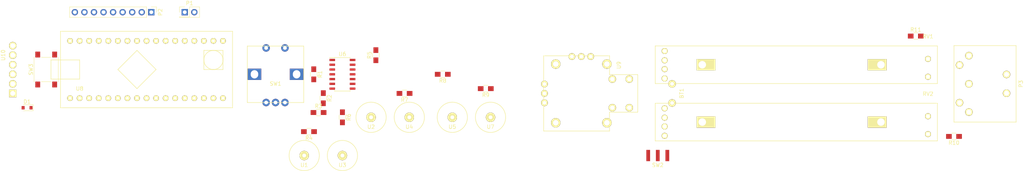
<source format=kicad_pcb>
(kicad_pcb (version 4) (host pcbnew 4.0.5)

  (general
    (links 72)
    (no_connects 72)
    (area 0 0 0 0)
    (thickness 1.6)
    (drawings 0)
    (tracks 0)
    (zones 0)
    (modules 31)
    (nets 41)
  )

  (page A4)
  (layers
    (0 F.Cu signal)
    (31 B.Cu signal)
    (32 B.Adhes user)
    (33 F.Adhes user)
    (34 B.Paste user)
    (35 F.Paste user)
    (36 B.SilkS user)
    (37 F.SilkS user)
    (38 B.Mask user)
    (39 F.Mask user)
    (40 Dwgs.User user)
    (41 Cmts.User user)
    (42 Eco1.User user)
    (43 Eco2.User user)
    (44 Edge.Cuts user)
    (45 Margin user)
    (46 B.CrtYd user)
    (47 F.CrtYd user)
    (48 B.Fab user)
    (49 F.Fab user)
  )

  (setup
    (last_trace_width 0.25)
    (trace_clearance 0.2)
    (zone_clearance 0.508)
    (zone_45_only no)
    (trace_min 0.2)
    (segment_width 0.2)
    (edge_width 0.1)
    (via_size 0.6)
    (via_drill 0.4)
    (via_min_size 0.4)
    (via_min_drill 0.3)
    (uvia_size 0.3)
    (uvia_drill 0.1)
    (uvias_allowed no)
    (uvia_min_size 0.2)
    (uvia_min_drill 0.1)
    (pcb_text_width 0.3)
    (pcb_text_size 1.5 1.5)
    (mod_edge_width 0.15)
    (mod_text_size 1 1)
    (mod_text_width 0.15)
    (pad_size 1.5 1.5)
    (pad_drill 0.6)
    (pad_to_mask_clearance 0)
    (aux_axis_origin 0 0)
    (visible_elements FFFFFF7F)
    (pcbplotparams
      (layerselection 0x00030_80000001)
      (usegerberextensions false)
      (excludeedgelayer true)
      (linewidth 0.100000)
      (plotframeref false)
      (viasonmask false)
      (mode 1)
      (useauxorigin false)
      (hpglpennumber 1)
      (hpglpenspeed 20)
      (hpglpendiameter 15)
      (hpglpenoverlay 2)
      (psnegative false)
      (psa4output false)
      (plotreference true)
      (plotvalue true)
      (plotinvisibletext false)
      (padsonsilk false)
      (subtractmaskfromsilk false)
      (outputformat 1)
      (mirror false)
      (drillshape 1)
      (scaleselection 1)
      (outputdirectory ""))
  )

  (net 0 "")
  (net 1 "Net-(BT1-Pad1)")
  (net 2 GND)
  (net 3 "Net-(D1-Pad1)")
  (net 4 "Net-(D1-Pad2)")
  (net 5 /SCL)
  (net 6 /SDA)
  (net 7 /REF)
  (net 8 /5V)
  (net 9 /3V3)
  (net 10 /D4)
  (net 11 /D5)
  (net 12 /D8)
  (net 13 /D13)
  (net 14 /A1)
  (net 15 "Net-(P3-Pad4)")
  (net 16 "Net-(P3-Pad5)")
  (net 17 "Net-(R2-Pad1)")
  (net 18 "Net-(R4-Pad1)")
  (net 19 "Net-(R4-Pad2)")
  (net 20 "Net-(R5-Pad1)")
  (net 21 "Net-(R5-Pad2)")
  (net 22 "Net-(R6-Pad1)")
  (net 23 "Net-(R6-Pad2)")
  (net 24 "Net-(R7-Pad1)")
  (net 25 "Net-(R7-Pad2)")
  (net 26 "Net-(R8-Pad1)")
  (net 27 "Net-(R8-Pad2)")
  (net 28 "Net-(R9-Pad1)")
  (net 29 "Net-(R9-Pad2)")
  (net 30 "Net-(R10-Pad2)")
  (net 31 "Net-(RV1-Pad2)")
  (net 32 "Net-(RV2-Pad2)")
  (net 33 "Net-(SW1-Pad1)")
  (net 34 "Net-(SW1-Pad2)")
  (net 35 "Net-(SW1-Pad3)")
  (net 36 "Net-(SW1-Pad4)")
  (net 37 "Net-(SW2-Pad2)")
  (net 38 "Net-(U8-Pad6)")
  (net 39 "Net-(U8-Pad7)")
  (net 40 "Net-(U8-Pad28)")

  (net_class Default "This is the default net class."
    (clearance 0.2)
    (trace_width 0.25)
    (via_dia 0.6)
    (via_drill 0.4)
    (uvia_dia 0.3)
    (uvia_drill 0.1)
    (add_net /3V3)
    (add_net /5V)
    (add_net /A1)
    (add_net /D13)
    (add_net /D4)
    (add_net /D5)
    (add_net /D8)
    (add_net /REF)
    (add_net /SCL)
    (add_net /SDA)
    (add_net GND)
    (add_net "Net-(BT1-Pad1)")
    (add_net "Net-(D1-Pad1)")
    (add_net "Net-(D1-Pad2)")
    (add_net "Net-(P3-Pad4)")
    (add_net "Net-(P3-Pad5)")
    (add_net "Net-(R10-Pad2)")
    (add_net "Net-(R2-Pad1)")
    (add_net "Net-(R4-Pad1)")
    (add_net "Net-(R4-Pad2)")
    (add_net "Net-(R5-Pad1)")
    (add_net "Net-(R5-Pad2)")
    (add_net "Net-(R6-Pad1)")
    (add_net "Net-(R6-Pad2)")
    (add_net "Net-(R7-Pad1)")
    (add_net "Net-(R7-Pad2)")
    (add_net "Net-(R8-Pad1)")
    (add_net "Net-(R8-Pad2)")
    (add_net "Net-(R9-Pad1)")
    (add_net "Net-(R9-Pad2)")
    (add_net "Net-(RV1-Pad2)")
    (add_net "Net-(RV2-Pad2)")
    (add_net "Net-(SW1-Pad1)")
    (add_net "Net-(SW1-Pad2)")
    (add_net "Net-(SW1-Pad3)")
    (add_net "Net-(SW1-Pad4)")
    (add_net "Net-(SW2-Pad2)")
    (add_net "Net-(U8-Pad28)")
    (add_net "Net-(U8-Pad6)")
    (add_net "Net-(U8-Pad7)")
  )

  (module CustomParts:9V_BATTERY_CLIP (layer F.Cu) (tedit 577FB6D1) (tstamp 58ADE8B6)
    (at 189.23 27.94 90)
    (path /577E5E4D)
    (fp_text reference BT1 (at 0 5.08 90) (layer F.SilkS)
      (effects (font (size 1 1) (thickness 0.15)))
    )
    (fp_text value Battery (at 0 -0.5 90) (layer F.Fab)
      (effects (font (size 1 1) (thickness 0.15)))
    )
    (pad 1 thru_hole circle (at -2.54 2.54 90) (size 2 2) (drill 1) (layers *.Cu *.Mask F.SilkS)
      (net 1 "Net-(BT1-Pad1)"))
    (pad 2 thru_hole circle (at 2.54 2.54 90) (size 2 2) (drill 1) (layers *.Cu *.Mask F.SilkS)
      (net 2 GND))
  )

  (module Diodes_SMD:D_0805 (layer F.Cu) (tedit 586A4032) (tstamp 58ADE8CD)
    (at 20.32 31.75 180)
    (descr "Diode SMD in 0805 package")
    (tags "smd diode")
    (path /578E172C)
    (attr smd)
    (fp_text reference D1 (at 0 1.6 180) (layer F.SilkS)
      (effects (font (size 1 1) (thickness 0.15)))
    )
    (fp_text value D (at 0 -1.6 180) (layer F.Fab)
      (effects (font (size 1 1) (thickness 0.15)))
    )
    (fp_line (start -1.6 -0.8) (end -1.6 0.8) (layer F.SilkS) (width 0.12))
    (fp_line (start -1.7 0.88) (end -1.7 -0.88) (layer F.CrtYd) (width 0.05))
    (fp_line (start 1.7 0.88) (end -1.7 0.88) (layer F.CrtYd) (width 0.05))
    (fp_line (start 1.7 -0.88) (end 1.7 0.88) (layer F.CrtYd) (width 0.05))
    (fp_line (start -1.7 -0.88) (end 1.7 -0.88) (layer F.CrtYd) (width 0.05))
    (fp_line (start 0.2 0) (end 0.4 0) (layer F.Fab) (width 0.1))
    (fp_line (start -0.1 0) (end -0.3 0) (layer F.Fab) (width 0.1))
    (fp_line (start -0.1 -0.2) (end -0.1 0.2) (layer F.Fab) (width 0.1))
    (fp_line (start 0.2 0.2) (end 0.2 -0.2) (layer F.Fab) (width 0.1))
    (fp_line (start -0.1 0) (end 0.2 0.2) (layer F.Fab) (width 0.1))
    (fp_line (start 0.2 -0.2) (end -0.1 0) (layer F.Fab) (width 0.1))
    (fp_line (start -1 0.625) (end -1 -0.625) (layer F.Fab) (width 0.1))
    (fp_line (start 1 0.625) (end -1 0.625) (layer F.Fab) (width 0.1))
    (fp_line (start 1 -0.625) (end 1 0.625) (layer F.Fab) (width 0.1))
    (fp_line (start -1 -0.625) (end 1 -0.625) (layer F.Fab) (width 0.1))
    (fp_line (start -1.6 0.8) (end 1 0.8) (layer F.SilkS) (width 0.12))
    (fp_line (start -1.6 -0.8) (end 1 -0.8) (layer F.SilkS) (width 0.12))
    (pad 1 smd rect (at -1.05 0 180) (size 0.8 0.9) (layers F.Cu F.Paste F.Mask)
      (net 3 "Net-(D1-Pad1)"))
    (pad 2 smd rect (at 1.05 0 180) (size 0.8 0.9) (layers F.Cu F.Paste F.Mask)
      (net 4 "Net-(D1-Pad2)"))
  )

  (module Pin_Headers:Pin_Header_Straight_2x01_Pitch2.54mm (layer F.Cu) (tedit 5862ED53) (tstamp 58ADE8E3)
    (at 62.23 6.35)
    (descr "Through hole straight pin header, 2x01, 2.54mm pitch, double rows")
    (tags "Through hole pin header THT 2x01 2.54mm double row")
    (path /58AB81C6)
    (fp_text reference P1 (at 1.27 -2.39) (layer F.SilkS)
      (effects (font (size 1 1) (thickness 0.15)))
    )
    (fp_text value CONN_01X02 (at 1.27 2.39) (layer F.Fab)
      (effects (font (size 1 1) (thickness 0.15)))
    )
    (fp_line (start -1.27 -1.27) (end -1.27 1.27) (layer F.Fab) (width 0.1))
    (fp_line (start -1.27 1.27) (end 3.81 1.27) (layer F.Fab) (width 0.1))
    (fp_line (start 3.81 1.27) (end 3.81 -1.27) (layer F.Fab) (width 0.1))
    (fp_line (start 3.81 -1.27) (end -1.27 -1.27) (layer F.Fab) (width 0.1))
    (fp_line (start -1.39 1.27) (end -1.39 1.39) (layer F.SilkS) (width 0.12))
    (fp_line (start -1.39 1.39) (end 3.93 1.39) (layer F.SilkS) (width 0.12))
    (fp_line (start 3.93 1.39) (end 3.93 -1.39) (layer F.SilkS) (width 0.12))
    (fp_line (start 3.93 -1.39) (end 1.27 -1.39) (layer F.SilkS) (width 0.12))
    (fp_line (start 1.27 -1.39) (end 1.27 1.27) (layer F.SilkS) (width 0.12))
    (fp_line (start 1.27 1.27) (end -1.39 1.27) (layer F.SilkS) (width 0.12))
    (fp_line (start -1.39 0) (end -1.39 -1.39) (layer F.SilkS) (width 0.12))
    (fp_line (start -1.39 -1.39) (end 0 -1.39) (layer F.SilkS) (width 0.12))
    (fp_line (start -1.6 -1.6) (end -1.6 1.6) (layer F.CrtYd) (width 0.05))
    (fp_line (start -1.6 1.6) (end 4.1 1.6) (layer F.CrtYd) (width 0.05))
    (fp_line (start 4.1 1.6) (end 4.1 -1.6) (layer F.CrtYd) (width 0.05))
    (fp_line (start 4.1 -1.6) (end -1.6 -1.6) (layer F.CrtYd) (width 0.05))
    (pad 1 thru_hole rect (at 0 0) (size 1.7 1.7) (drill 1) (layers *.Cu *.Mask)
      (net 5 /SCL))
    (pad 2 thru_hole oval (at 2.54 0) (size 1.7 1.7) (drill 1) (layers *.Cu *.Mask)
      (net 6 /SDA))
    (model Pin_Headers.3dshapes/Pin_Header_Straight_2x01_Pitch2.54mm.wrl
      (at (xyz 0.05 0 0))
      (scale (xyz 1 1 1))
      (rotate (xyz 0 0 90))
    )
  )

  (module Pin_Headers:Pin_Header_Straight_1x09_Pitch2.54mm (layer F.Cu) (tedit 58ADE6C9) (tstamp 58ADE8FE)
    (at 53.34 6.35 270)
    (descr "Through hole straight pin header, 1x09, 2.54mm pitch, single row")
    (tags "Through hole pin header THT 1x09 2.54mm single row")
    (path /58ADEA29)
    (fp_text reference P2 (at 0 -2.39 270) (layer F.SilkS)
      (effects (font (size 1 1) (thickness 0.15)))
    )
    (fp_text value CONN_01X09 (at 2.54 11.43 360) (layer F.Fab)
      (effects (font (size 1 1) (thickness 0.15)))
    )
    (fp_line (start -1.27 -1.27) (end -1.27 21.59) (layer F.Fab) (width 0.1))
    (fp_line (start -1.27 21.59) (end 1.27 21.59) (layer F.Fab) (width 0.1))
    (fp_line (start 1.27 21.59) (end 1.27 -1.27) (layer F.Fab) (width 0.1))
    (fp_line (start 1.27 -1.27) (end -1.27 -1.27) (layer F.Fab) (width 0.1))
    (fp_line (start -1.39 1.27) (end -1.39 21.71) (layer F.SilkS) (width 0.12))
    (fp_line (start -1.39 21.71) (end 1.39 21.71) (layer F.SilkS) (width 0.12))
    (fp_line (start 1.39 21.71) (end 1.39 1.27) (layer F.SilkS) (width 0.12))
    (fp_line (start 1.39 1.27) (end -1.39 1.27) (layer F.SilkS) (width 0.12))
    (fp_line (start -1.39 0) (end -1.39 -1.39) (layer F.SilkS) (width 0.12))
    (fp_line (start -1.39 -1.39) (end 0 -1.39) (layer F.SilkS) (width 0.12))
    (fp_line (start -1.6 -1.6) (end -1.6 21.9) (layer F.CrtYd) (width 0.05))
    (fp_line (start -1.6 21.9) (end 1.6 21.9) (layer F.CrtYd) (width 0.05))
    (fp_line (start 1.6 21.9) (end 1.6 -1.6) (layer F.CrtYd) (width 0.05))
    (fp_line (start 1.6 -1.6) (end -1.6 -1.6) (layer F.CrtYd) (width 0.05))
    (pad 1 thru_hole rect (at 0 0 270) (size 1.7 1.7) (drill 1) (layers *.Cu *.Mask)
      (net 2 GND))
    (pad 2 thru_hole oval (at 0 2.54 270) (size 1.7 1.7) (drill 1) (layers *.Cu *.Mask)
      (net 7 /REF))
    (pad 3 thru_hole oval (at 0 5.08 270) (size 1.7 1.7) (drill 1) (layers *.Cu *.Mask)
      (net 8 /5V))
    (pad 4 thru_hole oval (at 0 7.62 270) (size 1.7 1.7) (drill 1) (layers *.Cu *.Mask)
      (net 9 /3V3))
    (pad 5 thru_hole oval (at 0 10.16 270) (size 1.7 1.7) (drill 1) (layers *.Cu *.Mask)
      (net 10 /D4))
    (pad 6 thru_hole oval (at 0 12.7 270) (size 1.7 1.7) (drill 1) (layers *.Cu *.Mask)
      (net 11 /D5))
    (pad 7 thru_hole oval (at 0 15.24 270) (size 1.7 1.7) (drill 1) (layers *.Cu *.Mask)
      (net 12 /D8))
    (pad 8 thru_hole oval (at 0 17.78 270) (size 1.7 1.7) (drill 1) (layers *.Cu *.Mask)
      (net 13 /D13))
    (pad 9 thru_hole oval (at 0 20.32 270) (size 1.7 1.7) (drill 1) (layers *.Cu *.Mask)
      (net 14 /A1))
    (model Pin_Headers.3dshapes/Pin_Header_Straight_1x09_Pitch2.54mm.wrl
      (at (xyz 0 -0.4 0))
      (scale (xyz 1 1 1))
      (rotate (xyz 0 0 90))
    )
  )

  (module CustomParts:HIRSCHMANN_MAB_5 (layer F.Cu) (tedit 577F9EF8) (tstamp 58ADE90D)
    (at 280.67 25.4 90)
    (path /56856A5E)
    (fp_text reference P3 (at 0 3.81 90) (layer F.SilkS)
      (effects (font (size 1 1) (thickness 0.15)))
    )
    (fp_text value DIN_5 (at 0 -15.24 90) (layer F.Fab)
      (effects (font (size 1 1) (thickness 0.15)))
    )
    (fp_line (start -10.16 2.54) (end 10.16 2.54) (layer F.SilkS) (width 0.15))
    (fp_line (start 10.16 2.54) (end 10.16 -13.97) (layer F.SilkS) (width 0.15))
    (fp_line (start 10.16 -13.97) (end -10.16 -13.97) (layer F.SilkS) (width 0.15))
    (fp_line (start -10.16 -13.97) (end -10.16 2.54) (layer F.SilkS) (width 0.15))
    (pad "" thru_hole circle (at 2.5 0 90) (size 2 2) (drill 1.3) (layers *.Cu *.Mask F.SilkS))
    (pad "" thru_hole circle (at -2.5 0 90) (size 2 2) (drill 1.3) (layers *.Cu *.Mask F.SilkS))
    (pad 2 thru_hole circle (at 0 -10 90) (size 2 2) (drill 1.3) (layers *.Cu *.Mask F.SilkS)
      (net 2 GND))
    (pad 1 thru_hole circle (at 7.5 -10 90) (size 2 2) (drill 1.3) (layers *.Cu *.Mask F.SilkS))
    (pad 3 thru_hole circle (at -7.5 -10 90) (size 2 2) (drill 1.3) (layers *.Cu *.Mask F.SilkS))
    (pad 4 thru_hole circle (at 5 -12.5 90) (size 2 2) (drill 1.3) (layers *.Cu *.Mask F.SilkS)
      (net 15 "Net-(P3-Pad4)"))
    (pad 5 thru_hole circle (at -5 -12.5 90) (size 2 2) (drill 1.3) (layers *.Cu *.Mask F.SilkS)
      (net 16 "Net-(P3-Pad5)"))
  )

  (module Resistors_SMD:R_0805_HandSoldering (layer F.Cu) (tedit 58AADA1D) (tstamp 58ADE91E)
    (at 96.52 22.86 270)
    (descr "Resistor SMD 0805, hand soldering")
    (tags "resistor 0805")
    (path /58AB5237)
    (attr smd)
    (fp_text reference R1 (at 0 -1.7 270) (layer F.SilkS)
      (effects (font (size 1 1) (thickness 0.15)))
    )
    (fp_text value 4.7k (at 0 1.75 270) (layer F.Fab)
      (effects (font (size 1 1) (thickness 0.15)))
    )
    (fp_text user %R (at 0 -1.7 270) (layer F.Fab)
      (effects (font (size 1 1) (thickness 0.15)))
    )
    (fp_line (start -1 0.62) (end -1 -0.62) (layer F.Fab) (width 0.1))
    (fp_line (start 1 0.62) (end -1 0.62) (layer F.Fab) (width 0.1))
    (fp_line (start 1 -0.62) (end 1 0.62) (layer F.Fab) (width 0.1))
    (fp_line (start -1 -0.62) (end 1 -0.62) (layer F.Fab) (width 0.1))
    (fp_line (start 0.6 0.88) (end -0.6 0.88) (layer F.SilkS) (width 0.12))
    (fp_line (start -0.6 -0.88) (end 0.6 -0.88) (layer F.SilkS) (width 0.12))
    (fp_line (start -2.35 -0.9) (end 2.35 -0.9) (layer F.CrtYd) (width 0.05))
    (fp_line (start -2.35 -0.9) (end -2.35 0.9) (layer F.CrtYd) (width 0.05))
    (fp_line (start 2.35 0.9) (end 2.35 -0.9) (layer F.CrtYd) (width 0.05))
    (fp_line (start 2.35 0.9) (end -2.35 0.9) (layer F.CrtYd) (width 0.05))
    (pad 1 smd rect (at -1.35 0 270) (size 1.5 1.3) (layers F.Cu F.Paste F.Mask)
      (net 6 /SDA))
    (pad 2 smd rect (at 1.35 0 270) (size 1.5 1.3) (layers F.Cu F.Paste F.Mask)
      (net 8 /5V))
    (model Resistors_SMD.3dshapes/R_0805.wrl
      (at (xyz 0 0 0))
      (scale (xyz 1 1 1))
      (rotate (xyz 0 0 0))
    )
  )

  (module Resistors_SMD:R_0805_HandSoldering (layer F.Cu) (tedit 58AADA1D) (tstamp 58ADE92F)
    (at 99.06 29.21 270)
    (descr "Resistor SMD 0805, hand soldering")
    (tags "resistor 0805")
    (path /58AB5427)
    (attr smd)
    (fp_text reference R2 (at 0 -1.7 270) (layer F.SilkS)
      (effects (font (size 1 1) (thickness 0.15)))
    )
    (fp_text value 47k (at 0 1.75 270) (layer F.Fab)
      (effects (font (size 1 1) (thickness 0.15)))
    )
    (fp_text user %R (at 0 -1.7 270) (layer F.Fab)
      (effects (font (size 1 1) (thickness 0.15)))
    )
    (fp_line (start -1 0.62) (end -1 -0.62) (layer F.Fab) (width 0.1))
    (fp_line (start 1 0.62) (end -1 0.62) (layer F.Fab) (width 0.1))
    (fp_line (start 1 -0.62) (end 1 0.62) (layer F.Fab) (width 0.1))
    (fp_line (start -1 -0.62) (end 1 -0.62) (layer F.Fab) (width 0.1))
    (fp_line (start 0.6 0.88) (end -0.6 0.88) (layer F.SilkS) (width 0.12))
    (fp_line (start -0.6 -0.88) (end 0.6 -0.88) (layer F.SilkS) (width 0.12))
    (fp_line (start -2.35 -0.9) (end 2.35 -0.9) (layer F.CrtYd) (width 0.05))
    (fp_line (start -2.35 -0.9) (end -2.35 0.9) (layer F.CrtYd) (width 0.05))
    (fp_line (start 2.35 0.9) (end 2.35 -0.9) (layer F.CrtYd) (width 0.05))
    (fp_line (start 2.35 0.9) (end -2.35 0.9) (layer F.CrtYd) (width 0.05))
    (pad 1 smd rect (at -1.35 0 270) (size 1.5 1.3) (layers F.Cu F.Paste F.Mask)
      (net 17 "Net-(R2-Pad1)"))
    (pad 2 smd rect (at 1.35 0 270) (size 1.5 1.3) (layers F.Cu F.Paste F.Mask)
      (net 8 /5V))
    (model Resistors_SMD.3dshapes/R_0805.wrl
      (at (xyz 0 0 0))
      (scale (xyz 1 1 1))
      (rotate (xyz 0 0 0))
    )
  )

  (module Resistors_SMD:R_0805_HandSoldering (layer F.Cu) (tedit 58AADA1D) (tstamp 58ADE940)
    (at 97.79 33.02)
    (descr "Resistor SMD 0805, hand soldering")
    (tags "resistor 0805")
    (path /58AB527C)
    (attr smd)
    (fp_text reference R3 (at 0 -1.7) (layer F.SilkS)
      (effects (font (size 1 1) (thickness 0.15)))
    )
    (fp_text value 4.7k (at 0 1.75) (layer F.Fab)
      (effects (font (size 1 1) (thickness 0.15)))
    )
    (fp_text user %R (at 0 -1.7) (layer F.Fab)
      (effects (font (size 1 1) (thickness 0.15)))
    )
    (fp_line (start -1 0.62) (end -1 -0.62) (layer F.Fab) (width 0.1))
    (fp_line (start 1 0.62) (end -1 0.62) (layer F.Fab) (width 0.1))
    (fp_line (start 1 -0.62) (end 1 0.62) (layer F.Fab) (width 0.1))
    (fp_line (start -1 -0.62) (end 1 -0.62) (layer F.Fab) (width 0.1))
    (fp_line (start 0.6 0.88) (end -0.6 0.88) (layer F.SilkS) (width 0.12))
    (fp_line (start -0.6 -0.88) (end 0.6 -0.88) (layer F.SilkS) (width 0.12))
    (fp_line (start -2.35 -0.9) (end 2.35 -0.9) (layer F.CrtYd) (width 0.05))
    (fp_line (start -2.35 -0.9) (end -2.35 0.9) (layer F.CrtYd) (width 0.05))
    (fp_line (start 2.35 0.9) (end 2.35 -0.9) (layer F.CrtYd) (width 0.05))
    (fp_line (start 2.35 0.9) (end -2.35 0.9) (layer F.CrtYd) (width 0.05))
    (pad 1 smd rect (at -1.35 0) (size 1.5 1.3) (layers F.Cu F.Paste F.Mask)
      (net 5 /SCL))
    (pad 2 smd rect (at 1.35 0) (size 1.5 1.3) (layers F.Cu F.Paste F.Mask)
      (net 8 /5V))
    (model Resistors_SMD.3dshapes/R_0805.wrl
      (at (xyz 0 0 0))
      (scale (xyz 1 1 1))
      (rotate (xyz 0 0 0))
    )
  )

  (module Resistors_SMD:R_0805_HandSoldering (layer F.Cu) (tedit 58AADA1D) (tstamp 58ADE951)
    (at 95.25 38.1 180)
    (descr "Resistor SMD 0805, hand soldering")
    (tags "resistor 0805")
    (path /58AB713A)
    (attr smd)
    (fp_text reference R4 (at 0 -1.7 180) (layer F.SilkS)
      (effects (font (size 1 1) (thickness 0.15)))
    )
    (fp_text value 10k (at 0 1.75 180) (layer F.Fab)
      (effects (font (size 1 1) (thickness 0.15)))
    )
    (fp_text user %R (at 0 -1.7 180) (layer F.Fab)
      (effects (font (size 1 1) (thickness 0.15)))
    )
    (fp_line (start -1 0.62) (end -1 -0.62) (layer F.Fab) (width 0.1))
    (fp_line (start 1 0.62) (end -1 0.62) (layer F.Fab) (width 0.1))
    (fp_line (start 1 -0.62) (end 1 0.62) (layer F.Fab) (width 0.1))
    (fp_line (start -1 -0.62) (end 1 -0.62) (layer F.Fab) (width 0.1))
    (fp_line (start 0.6 0.88) (end -0.6 0.88) (layer F.SilkS) (width 0.12))
    (fp_line (start -0.6 -0.88) (end 0.6 -0.88) (layer F.SilkS) (width 0.12))
    (fp_line (start -2.35 -0.9) (end 2.35 -0.9) (layer F.CrtYd) (width 0.05))
    (fp_line (start -2.35 -0.9) (end -2.35 0.9) (layer F.CrtYd) (width 0.05))
    (fp_line (start 2.35 0.9) (end 2.35 -0.9) (layer F.CrtYd) (width 0.05))
    (fp_line (start 2.35 0.9) (end -2.35 0.9) (layer F.CrtYd) (width 0.05))
    (pad 1 smd rect (at -1.35 0 180) (size 1.5 1.3) (layers F.Cu F.Paste F.Mask)
      (net 18 "Net-(R4-Pad1)"))
    (pad 2 smd rect (at 1.35 0 180) (size 1.5 1.3) (layers F.Cu F.Paste F.Mask)
      (net 19 "Net-(R4-Pad2)"))
    (model Resistors_SMD.3dshapes/R_0805.wrl
      (at (xyz 0 0 0))
      (scale (xyz 1 1 1))
      (rotate (xyz 0 0 0))
    )
  )

  (module Resistors_SMD:R_0805_HandSoldering (layer F.Cu) (tedit 58AADA1D) (tstamp 58ADE962)
    (at 113.03 17.78 90)
    (descr "Resistor SMD 0805, hand soldering")
    (tags "resistor 0805")
    (path /58AB696E)
    (attr smd)
    (fp_text reference R5 (at 0 -1.7 90) (layer F.SilkS)
      (effects (font (size 1 1) (thickness 0.15)))
    )
    (fp_text value 10k (at 0 1.75 90) (layer F.Fab)
      (effects (font (size 1 1) (thickness 0.15)))
    )
    (fp_text user %R (at 0 -1.7 90) (layer F.Fab)
      (effects (font (size 1 1) (thickness 0.15)))
    )
    (fp_line (start -1 0.62) (end -1 -0.62) (layer F.Fab) (width 0.1))
    (fp_line (start 1 0.62) (end -1 0.62) (layer F.Fab) (width 0.1))
    (fp_line (start 1 -0.62) (end 1 0.62) (layer F.Fab) (width 0.1))
    (fp_line (start -1 -0.62) (end 1 -0.62) (layer F.Fab) (width 0.1))
    (fp_line (start 0.6 0.88) (end -0.6 0.88) (layer F.SilkS) (width 0.12))
    (fp_line (start -0.6 -0.88) (end 0.6 -0.88) (layer F.SilkS) (width 0.12))
    (fp_line (start -2.35 -0.9) (end 2.35 -0.9) (layer F.CrtYd) (width 0.05))
    (fp_line (start -2.35 -0.9) (end -2.35 0.9) (layer F.CrtYd) (width 0.05))
    (fp_line (start 2.35 0.9) (end 2.35 -0.9) (layer F.CrtYd) (width 0.05))
    (fp_line (start 2.35 0.9) (end -2.35 0.9) (layer F.CrtYd) (width 0.05))
    (pad 1 smd rect (at -1.35 0 90) (size 1.5 1.3) (layers F.Cu F.Paste F.Mask)
      (net 20 "Net-(R5-Pad1)"))
    (pad 2 smd rect (at 1.35 0 90) (size 1.5 1.3) (layers F.Cu F.Paste F.Mask)
      (net 21 "Net-(R5-Pad2)"))
    (model Resistors_SMD.3dshapes/R_0805.wrl
      (at (xyz 0 0 0))
      (scale (xyz 1 1 1))
      (rotate (xyz 0 0 0))
    )
  )

  (module Resistors_SMD:R_0805_HandSoldering (layer F.Cu) (tedit 58AADA1D) (tstamp 58ADE973)
    (at 104.14 34.29 270)
    (descr "Resistor SMD 0805, hand soldering")
    (tags "resistor 0805")
    (path /58AB764D)
    (attr smd)
    (fp_text reference R6 (at 0 -1.7 270) (layer F.SilkS)
      (effects (font (size 1 1) (thickness 0.15)))
    )
    (fp_text value 10k (at 0 1.75 270) (layer F.Fab)
      (effects (font (size 1 1) (thickness 0.15)))
    )
    (fp_text user %R (at 0 -1.7 270) (layer F.Fab)
      (effects (font (size 1 1) (thickness 0.15)))
    )
    (fp_line (start -1 0.62) (end -1 -0.62) (layer F.Fab) (width 0.1))
    (fp_line (start 1 0.62) (end -1 0.62) (layer F.Fab) (width 0.1))
    (fp_line (start 1 -0.62) (end 1 0.62) (layer F.Fab) (width 0.1))
    (fp_line (start -1 -0.62) (end 1 -0.62) (layer F.Fab) (width 0.1))
    (fp_line (start 0.6 0.88) (end -0.6 0.88) (layer F.SilkS) (width 0.12))
    (fp_line (start -0.6 -0.88) (end 0.6 -0.88) (layer F.SilkS) (width 0.12))
    (fp_line (start -2.35 -0.9) (end 2.35 -0.9) (layer F.CrtYd) (width 0.05))
    (fp_line (start -2.35 -0.9) (end -2.35 0.9) (layer F.CrtYd) (width 0.05))
    (fp_line (start 2.35 0.9) (end 2.35 -0.9) (layer F.CrtYd) (width 0.05))
    (fp_line (start 2.35 0.9) (end -2.35 0.9) (layer F.CrtYd) (width 0.05))
    (pad 1 smd rect (at -1.35 0 270) (size 1.5 1.3) (layers F.Cu F.Paste F.Mask)
      (net 22 "Net-(R6-Pad1)"))
    (pad 2 smd rect (at 1.35 0 270) (size 1.5 1.3) (layers F.Cu F.Paste F.Mask)
      (net 23 "Net-(R6-Pad2)"))
    (model Resistors_SMD.3dshapes/R_0805.wrl
      (at (xyz 0 0 0))
      (scale (xyz 1 1 1))
      (rotate (xyz 0 0 0))
    )
  )

  (module Resistors_SMD:R_0805_HandSoldering (layer F.Cu) (tedit 58AADA1D) (tstamp 58ADE984)
    (at 120.65 27.94 180)
    (descr "Resistor SMD 0805, hand soldering")
    (tags "resistor 0805")
    (path /58AB6B79)
    (attr smd)
    (fp_text reference R7 (at 0 -1.7 180) (layer F.SilkS)
      (effects (font (size 1 1) (thickness 0.15)))
    )
    (fp_text value 10k (at 0 1.75 180) (layer F.Fab)
      (effects (font (size 1 1) (thickness 0.15)))
    )
    (fp_text user %R (at 0 -1.7 180) (layer F.Fab)
      (effects (font (size 1 1) (thickness 0.15)))
    )
    (fp_line (start -1 0.62) (end -1 -0.62) (layer F.Fab) (width 0.1))
    (fp_line (start 1 0.62) (end -1 0.62) (layer F.Fab) (width 0.1))
    (fp_line (start 1 -0.62) (end 1 0.62) (layer F.Fab) (width 0.1))
    (fp_line (start -1 -0.62) (end 1 -0.62) (layer F.Fab) (width 0.1))
    (fp_line (start 0.6 0.88) (end -0.6 0.88) (layer F.SilkS) (width 0.12))
    (fp_line (start -0.6 -0.88) (end 0.6 -0.88) (layer F.SilkS) (width 0.12))
    (fp_line (start -2.35 -0.9) (end 2.35 -0.9) (layer F.CrtYd) (width 0.05))
    (fp_line (start -2.35 -0.9) (end -2.35 0.9) (layer F.CrtYd) (width 0.05))
    (fp_line (start 2.35 0.9) (end 2.35 -0.9) (layer F.CrtYd) (width 0.05))
    (fp_line (start 2.35 0.9) (end -2.35 0.9) (layer F.CrtYd) (width 0.05))
    (pad 1 smd rect (at -1.35 0 180) (size 1.5 1.3) (layers F.Cu F.Paste F.Mask)
      (net 24 "Net-(R7-Pad1)"))
    (pad 2 smd rect (at 1.35 0 180) (size 1.5 1.3) (layers F.Cu F.Paste F.Mask)
      (net 25 "Net-(R7-Pad2)"))
    (model Resistors_SMD.3dshapes/R_0805.wrl
      (at (xyz 0 0 0))
      (scale (xyz 1 1 1))
      (rotate (xyz 0 0 0))
    )
  )

  (module Resistors_SMD:R_0805_HandSoldering (layer F.Cu) (tedit 58AADA1D) (tstamp 58ADE995)
    (at 130.81 22.86 180)
    (descr "Resistor SMD 0805, hand soldering")
    (tags "resistor 0805")
    (path /58AB6BE5)
    (attr smd)
    (fp_text reference R8 (at 0 -1.7 180) (layer F.SilkS)
      (effects (font (size 1 1) (thickness 0.15)))
    )
    (fp_text value 10k (at 0 1.75 180) (layer F.Fab)
      (effects (font (size 1 1) (thickness 0.15)))
    )
    (fp_text user %R (at 0 -1.7 180) (layer F.Fab)
      (effects (font (size 1 1) (thickness 0.15)))
    )
    (fp_line (start -1 0.62) (end -1 -0.62) (layer F.Fab) (width 0.1))
    (fp_line (start 1 0.62) (end -1 0.62) (layer F.Fab) (width 0.1))
    (fp_line (start 1 -0.62) (end 1 0.62) (layer F.Fab) (width 0.1))
    (fp_line (start -1 -0.62) (end 1 -0.62) (layer F.Fab) (width 0.1))
    (fp_line (start 0.6 0.88) (end -0.6 0.88) (layer F.SilkS) (width 0.12))
    (fp_line (start -0.6 -0.88) (end 0.6 -0.88) (layer F.SilkS) (width 0.12))
    (fp_line (start -2.35 -0.9) (end 2.35 -0.9) (layer F.CrtYd) (width 0.05))
    (fp_line (start -2.35 -0.9) (end -2.35 0.9) (layer F.CrtYd) (width 0.05))
    (fp_line (start 2.35 0.9) (end 2.35 -0.9) (layer F.CrtYd) (width 0.05))
    (fp_line (start 2.35 0.9) (end -2.35 0.9) (layer F.CrtYd) (width 0.05))
    (pad 1 smd rect (at -1.35 0 180) (size 1.5 1.3) (layers F.Cu F.Paste F.Mask)
      (net 26 "Net-(R8-Pad1)"))
    (pad 2 smd rect (at 1.35 0 180) (size 1.5 1.3) (layers F.Cu F.Paste F.Mask)
      (net 27 "Net-(R8-Pad2)"))
    (model Resistors_SMD.3dshapes/R_0805.wrl
      (at (xyz 0 0 0))
      (scale (xyz 1 1 1))
      (rotate (xyz 0 0 0))
    )
  )

  (module Resistors_SMD:R_0805_HandSoldering (layer F.Cu) (tedit 58AADA1D) (tstamp 58ADE9A6)
    (at 142.24 26.67 180)
    (descr "Resistor SMD 0805, hand soldering")
    (tags "resistor 0805")
    (path /58AB6C54)
    (attr smd)
    (fp_text reference R9 (at 0 -1.7 180) (layer F.SilkS)
      (effects (font (size 1 1) (thickness 0.15)))
    )
    (fp_text value 10k (at 0 1.75 180) (layer F.Fab)
      (effects (font (size 1 1) (thickness 0.15)))
    )
    (fp_text user %R (at 0 -1.7 180) (layer F.Fab)
      (effects (font (size 1 1) (thickness 0.15)))
    )
    (fp_line (start -1 0.62) (end -1 -0.62) (layer F.Fab) (width 0.1))
    (fp_line (start 1 0.62) (end -1 0.62) (layer F.Fab) (width 0.1))
    (fp_line (start 1 -0.62) (end 1 0.62) (layer F.Fab) (width 0.1))
    (fp_line (start -1 -0.62) (end 1 -0.62) (layer F.Fab) (width 0.1))
    (fp_line (start 0.6 0.88) (end -0.6 0.88) (layer F.SilkS) (width 0.12))
    (fp_line (start -0.6 -0.88) (end 0.6 -0.88) (layer F.SilkS) (width 0.12))
    (fp_line (start -2.35 -0.9) (end 2.35 -0.9) (layer F.CrtYd) (width 0.05))
    (fp_line (start -2.35 -0.9) (end -2.35 0.9) (layer F.CrtYd) (width 0.05))
    (fp_line (start 2.35 0.9) (end 2.35 -0.9) (layer F.CrtYd) (width 0.05))
    (fp_line (start 2.35 0.9) (end -2.35 0.9) (layer F.CrtYd) (width 0.05))
    (pad 1 smd rect (at -1.35 0 180) (size 1.5 1.3) (layers F.Cu F.Paste F.Mask)
      (net 28 "Net-(R9-Pad1)"))
    (pad 2 smd rect (at 1.35 0 180) (size 1.5 1.3) (layers F.Cu F.Paste F.Mask)
      (net 29 "Net-(R9-Pad2)"))
    (model Resistors_SMD.3dshapes/R_0805.wrl
      (at (xyz 0 0 0))
      (scale (xyz 1 1 1))
      (rotate (xyz 0 0 0))
    )
  )

  (module Resistors_SMD:R_0805_HandSoldering (layer F.Cu) (tedit 58AADA1D) (tstamp 58ADE9B7)
    (at 266.7 39.37 180)
    (descr "Resistor SMD 0805, hand soldering")
    (tags "resistor 0805")
    (path /5685688B)
    (attr smd)
    (fp_text reference R10 (at 0 -1.7 180) (layer F.SilkS)
      (effects (font (size 1 1) (thickness 0.15)))
    )
    (fp_text value 220 (at 0 1.75 180) (layer F.Fab)
      (effects (font (size 1 1) (thickness 0.15)))
    )
    (fp_text user %R (at 0 -1.7 180) (layer F.Fab)
      (effects (font (size 1 1) (thickness 0.15)))
    )
    (fp_line (start -1 0.62) (end -1 -0.62) (layer F.Fab) (width 0.1))
    (fp_line (start 1 0.62) (end -1 0.62) (layer F.Fab) (width 0.1))
    (fp_line (start 1 -0.62) (end 1 0.62) (layer F.Fab) (width 0.1))
    (fp_line (start -1 -0.62) (end 1 -0.62) (layer F.Fab) (width 0.1))
    (fp_line (start 0.6 0.88) (end -0.6 0.88) (layer F.SilkS) (width 0.12))
    (fp_line (start -0.6 -0.88) (end 0.6 -0.88) (layer F.SilkS) (width 0.12))
    (fp_line (start -2.35 -0.9) (end 2.35 -0.9) (layer F.CrtYd) (width 0.05))
    (fp_line (start -2.35 -0.9) (end -2.35 0.9) (layer F.CrtYd) (width 0.05))
    (fp_line (start 2.35 0.9) (end 2.35 -0.9) (layer F.CrtYd) (width 0.05))
    (fp_line (start 2.35 0.9) (end -2.35 0.9) (layer F.CrtYd) (width 0.05))
    (pad 1 smd rect (at -1.35 0 180) (size 1.5 1.3) (layers F.Cu F.Paste F.Mask)
      (net 16 "Net-(P3-Pad5)"))
    (pad 2 smd rect (at 1.35 0 180) (size 1.5 1.3) (layers F.Cu F.Paste F.Mask)
      (net 30 "Net-(R10-Pad2)"))
    (model Resistors_SMD.3dshapes/R_0805.wrl
      (at (xyz 0 0 0))
      (scale (xyz 1 1 1))
      (rotate (xyz 0 0 0))
    )
  )

  (module Resistors_SMD:R_0805_HandSoldering (layer F.Cu) (tedit 58AADA1D) (tstamp 58ADE9C8)
    (at 256.54 12.7)
    (descr "Resistor SMD 0805, hand soldering")
    (tags "resistor 0805")
    (path /56856808)
    (attr smd)
    (fp_text reference R11 (at 0 -1.7) (layer F.SilkS)
      (effects (font (size 1 1) (thickness 0.15)))
    )
    (fp_text value 220 (at 0 1.75) (layer F.Fab)
      (effects (font (size 1 1) (thickness 0.15)))
    )
    (fp_text user %R (at 0 -1.7) (layer F.Fab)
      (effects (font (size 1 1) (thickness 0.15)))
    )
    (fp_line (start -1 0.62) (end -1 -0.62) (layer F.Fab) (width 0.1))
    (fp_line (start 1 0.62) (end -1 0.62) (layer F.Fab) (width 0.1))
    (fp_line (start 1 -0.62) (end 1 0.62) (layer F.Fab) (width 0.1))
    (fp_line (start -1 -0.62) (end 1 -0.62) (layer F.Fab) (width 0.1))
    (fp_line (start 0.6 0.88) (end -0.6 0.88) (layer F.SilkS) (width 0.12))
    (fp_line (start -0.6 -0.88) (end 0.6 -0.88) (layer F.SilkS) (width 0.12))
    (fp_line (start -2.35 -0.9) (end 2.35 -0.9) (layer F.CrtYd) (width 0.05))
    (fp_line (start -2.35 -0.9) (end -2.35 0.9) (layer F.CrtYd) (width 0.05))
    (fp_line (start 2.35 0.9) (end 2.35 -0.9) (layer F.CrtYd) (width 0.05))
    (fp_line (start 2.35 0.9) (end -2.35 0.9) (layer F.CrtYd) (width 0.05))
    (pad 1 smd rect (at -1.35 0) (size 1.5 1.3) (layers F.Cu F.Paste F.Mask)
      (net 8 /5V))
    (pad 2 smd rect (at 1.35 0) (size 1.5 1.3) (layers F.Cu F.Paste F.Mask)
      (net 15 "Net-(P3-Pad4)"))
    (model Resistors_SMD.3dshapes/R_0805.wrl
      (at (xyz 0 0 0))
      (scale (xyz 1 1 1))
      (rotate (xyz 0 0 0))
    )
  )

  (module CustomParts:ALPS_402125 (layer F.Cu) (tedit 57F51780) (tstamp 58ADE9D8)
    (at 224.79 20.32)
    (path /577E60FF)
    (fp_text reference RV1 (at 35 -7.5) (layer F.SilkS)
      (effects (font (size 1 1) (thickness 0.15)))
    )
    (fp_text value 10k (at -32.5 -7.5) (layer F.Fab)
      (effects (font (size 1 1) (thickness 0.15)))
    )
    (fp_line (start -37.5 -5) (end 37.5 -5) (layer F.SilkS) (width 0.15))
    (fp_line (start 37.5 -5) (end 37.5 5) (layer F.SilkS) (width 0.15))
    (fp_line (start 37.5 5) (end -37.5 5) (layer F.SilkS) (width 0.15))
    (fp_line (start -37.5 5) (end -37.5 -5) (layer F.SilkS) (width 0.15))
    (pad "" thru_hole rect (at -25 0) (size 5 3) (drill 2 (offset 1 0)) (layers *.Cu *.Mask F.SilkS))
    (pad "" thru_hole rect (at 22.5 0) (size 5 3) (drill 2 (offset -1 0)) (layers *.Cu *.Mask F.SilkS))
    (pad 1 thru_hole circle (at -35 -1.17) (size 1.6 1.6) (drill 1) (layers *.Cu *.Mask F.SilkS)
      (net 2 GND))
    (pad 2 thru_hole circle (at -35 -3.65) (size 1.6 1.6) (drill 1) (layers *.Cu *.Mask F.SilkS)
      (net 31 "Net-(RV1-Pad2)"))
    (pad 3 thru_hole circle (at 35 -1.55) (size 1.6 1.6) (drill 1) (layers *.Cu *.Mask F.SilkS)
      (net 7 /REF))
    (pad "" thru_hole circle (at 35 3.2) (size 1.6 1.6) (drill 1) (layers *.Cu *.Mask F.SilkS))
    (pad "" thru_hole circle (at -35 1.17) (size 1.6 1.6) (drill 1) (layers *.Cu *.Mask F.SilkS))
    (pad "" thru_hole circle (at -35 3.65) (size 1.6 1.6) (drill 1) (layers *.Cu *.Mask F.SilkS))
  )

  (module CustomParts:ALPS_402125 (layer F.Cu) (tedit 57F51780) (tstamp 58ADE9E8)
    (at 224.79 35.56)
    (path /577E6156)
    (fp_text reference RV2 (at 35 -7.5) (layer F.SilkS)
      (effects (font (size 1 1) (thickness 0.15)))
    )
    (fp_text value 10k (at -32.5 -7.5) (layer F.Fab)
      (effects (font (size 1 1) (thickness 0.15)))
    )
    (fp_line (start -37.5 -5) (end 37.5 -5) (layer F.SilkS) (width 0.15))
    (fp_line (start 37.5 -5) (end 37.5 5) (layer F.SilkS) (width 0.15))
    (fp_line (start 37.5 5) (end -37.5 5) (layer F.SilkS) (width 0.15))
    (fp_line (start -37.5 5) (end -37.5 -5) (layer F.SilkS) (width 0.15))
    (pad "" thru_hole rect (at -25 0) (size 5 3) (drill 2 (offset 1 0)) (layers *.Cu *.Mask F.SilkS))
    (pad "" thru_hole rect (at 22.5 0) (size 5 3) (drill 2 (offset -1 0)) (layers *.Cu *.Mask F.SilkS))
    (pad 1 thru_hole circle (at -35 -1.17) (size 1.6 1.6) (drill 1) (layers *.Cu *.Mask F.SilkS)
      (net 2 GND))
    (pad 2 thru_hole circle (at -35 -3.65) (size 1.6 1.6) (drill 1) (layers *.Cu *.Mask F.SilkS)
      (net 32 "Net-(RV2-Pad2)"))
    (pad 3 thru_hole circle (at 35 -1.55) (size 1.6 1.6) (drill 1) (layers *.Cu *.Mask F.SilkS)
      (net 7 /REF))
    (pad "" thru_hole circle (at 35 3.2) (size 1.6 1.6) (drill 1) (layers *.Cu *.Mask F.SilkS))
    (pad "" thru_hole circle (at -35 1.17) (size 1.6 1.6) (drill 1) (layers *.Cu *.Mask F.SilkS))
    (pad "" thru_hole circle (at -35 3.65) (size 1.6 1.6) (drill 1) (layers *.Cu *.Mask F.SilkS))
  )

  (module CustomParts:ALPS-STEC12E (layer F.Cu) (tedit 58AB5DF5) (tstamp 58ADE9F7)
    (at 86.36 22.86)
    (path /58AB589C)
    (fp_text reference SW1 (at 0 2.5) (layer F.SilkS)
      (effects (font (size 1 1) (thickness 0.15)))
    )
    (fp_text value Rotary_Encoder_Switch (at 0 -2.5) (layer F.Fab)
      (effects (font (size 1 1) (thickness 0.15)))
    )
    (fp_line (start -7.5 -7.5) (end 7.5 -7.5) (layer F.SilkS) (width 0.15))
    (fp_line (start 7.5 -7.5) (end 7.5 7.5) (layer F.SilkS) (width 0.15))
    (fp_line (start 7.5 7.5) (end -7.5 7.5) (layer F.SilkS) (width 0.15))
    (fp_line (start -7.5 7.5) (end -7.5 -7.5) (layer F.SilkS) (width 0.15))
    (pad 1 thru_hole circle (at -2.5 7.5) (size 2 2) (drill 1) (layers *.Cu *.Mask)
      (net 33 "Net-(SW1-Pad1)"))
    (pad 2 thru_hole circle (at 0 7.5) (size 2 2) (drill 1) (layers *.Cu *.Mask)
      (net 34 "Net-(SW1-Pad2)"))
    (pad 3 thru_hole circle (at 2.5 7.5) (size 2 2) (drill 1) (layers *.Cu *.Mask)
      (net 35 "Net-(SW1-Pad3)"))
    (pad 4 thru_hole circle (at 2.5 -7) (size 2 2) (drill 1) (layers *.Cu *.Mask)
      (net 36 "Net-(SW1-Pad4)"))
    (pad 5 thru_hole circle (at -2.5 -7) (size 2 2) (drill 1) (layers *.Cu *.Mask)
      (net 2 GND))
    (pad "" thru_hole rect (at -5.6 0) (size 3.6 3) (drill oval 2 2.2) (layers *.Cu *.Mask))
    (pad "" thru_hole rect (at 5.6 0) (size 3.6 3) (drill oval 2 2.2) (layers *.Cu *.Mask))
  )

  (module CustomParts:ESP40XX (layer F.Cu) (tedit 58ADDAFF) (tstamp 58ADE9FE)
    (at 187.96 44.45)
    (path /57F7F6C6)
    (fp_text reference SW2 (at 0 2.54) (layer F.SilkS)
      (effects (font (size 1 1) (thickness 0.15)))
    )
    (fp_text value Switch_SPDT_x2 (at 0 -2.54) (layer F.Fab)
      (effects (font (size 1 1) (thickness 0.15)))
    )
    (pad 1 smd rect (at -2.54 0) (size 1 3) (layers F.Cu F.Paste F.Mask))
    (pad 2 smd rect (at 0 0) (size 1 3) (layers F.Cu F.Paste F.Mask)
      (net 37 "Net-(SW2-Pad2)"))
    (pad 3 smd rect (at 2.54 0) (size 1 3) (layers F.Cu F.Paste F.Mask)
      (net 1 "Net-(BT1-Pad1)"))
  )

  (module Buttons_Switches_SMD:SW_SPST_PTS645 (layer F.Cu) (tedit 58724A80) (tstamp 58ADEA06)
    (at 25.4 21.59 90)
    (descr "C&K Components SPST SMD PTS645 Series 6mm Tact Switch")
    (tags "SPST Button Switch")
    (path /574F1CE6)
    (attr smd)
    (fp_text reference SW3 (at 0 -4.05 90) (layer F.SilkS)
      (effects (font (size 1 1) (thickness 0.15)))
    )
    (fp_text value SW_PUSH (at 0 4.15 90) (layer F.Fab)
      (effects (font (size 1 1) (thickness 0.15)))
    )
    (fp_text user %R (at 0 -4.05 90) (layer F.Fab)
      (effects (font (size 1 1) (thickness 0.15)))
    )
    (fp_line (start -3 -3) (end -3 3) (layer F.Fab) (width 0.1))
    (fp_line (start -3 3) (end 3 3) (layer F.Fab) (width 0.1))
    (fp_line (start 3 3) (end 3 -3) (layer F.Fab) (width 0.1))
    (fp_line (start 3 -3) (end -3 -3) (layer F.Fab) (width 0.1))
    (fp_line (start 5.05 3.4) (end 5.05 -3.4) (layer F.CrtYd) (width 0.05))
    (fp_line (start -5.05 -3.4) (end -5.05 3.4) (layer F.CrtYd) (width 0.05))
    (fp_line (start -5.05 3.4) (end 5.05 3.4) (layer F.CrtYd) (width 0.05))
    (fp_line (start -5.05 -3.4) (end 5.05 -3.4) (layer F.CrtYd) (width 0.05))
    (fp_line (start 3.23 -3.23) (end 3.23 -3.2) (layer F.SilkS) (width 0.12))
    (fp_line (start 3.23 3.23) (end 3.23 3.2) (layer F.SilkS) (width 0.12))
    (fp_line (start -3.23 3.23) (end -3.23 3.2) (layer F.SilkS) (width 0.12))
    (fp_line (start -3.23 -3.2) (end -3.23 -3.23) (layer F.SilkS) (width 0.12))
    (fp_line (start 3.23 -1.3) (end 3.23 1.3) (layer F.SilkS) (width 0.12))
    (fp_line (start -3.23 -3.23) (end 3.23 -3.23) (layer F.SilkS) (width 0.12))
    (fp_line (start -3.23 -1.3) (end -3.23 1.3) (layer F.SilkS) (width 0.12))
    (fp_line (start -3.23 3.23) (end 3.23 3.23) (layer F.SilkS) (width 0.12))
    (fp_circle (center 0 0) (end 1.75 -0.05) (layer F.Fab) (width 0.1))
    (pad 2 smd rect (at -3.98 2.25 90) (size 1.55 1.3) (layers F.Cu F.Paste F.Mask)
      (net 7 /REF))
    (pad 1 smd rect (at -3.98 -2.25 90) (size 1.55 1.3) (layers F.Cu F.Paste F.Mask)
      (net 3 "Net-(D1-Pad1)"))
    (pad 1 smd rect (at 3.98 -2.25 90) (size 1.55 1.3) (layers F.Cu F.Paste F.Mask)
      (net 3 "Net-(D1-Pad1)"))
    (pad 2 smd rect (at 3.98 2.25 90) (size 1.55 1.3) (layers F.Cu F.Paste F.Mask)
      (net 7 /REF))
    (model Buttons_Switches_SMD.3dshapes/SW_SPST_PTS645.wrl
      (at (xyz 0 0 0))
      (scale (xyz 1 1 1))
      (rotate (xyz 0 0 0))
    )
  )

  (module CustomParts:Pad (layer F.Cu) (tedit 58AB59C8) (tstamp 58ADEA0C)
    (at 93.98 44.45)
    (path /58AB65D7)
    (fp_text reference U1 (at 0 2.54) (layer F.SilkS)
      (effects (font (size 1 1) (thickness 0.15)))
    )
    (fp_text value Pad (at 0 -2.54) (layer F.Fab)
      (effects (font (size 1 1) (thickness 0.15)))
    )
    (fp_circle (center 0 0) (end 1.27 -3.81) (layer F.SilkS) (width 0.15))
    (pad 1 thru_hole circle (at 0 0) (size 2.5 2.5) (drill 1) (layers *.Cu *.Mask F.SilkS)
      (net 19 "Net-(R4-Pad2)"))
  )

  (module CustomParts:Pad (layer F.Cu) (tedit 58AB59C8) (tstamp 58ADEA12)
    (at 111.76 34.29)
    (path /58AB628D)
    (fp_text reference U2 (at 0 2.54) (layer F.SilkS)
      (effects (font (size 1 1) (thickness 0.15)))
    )
    (fp_text value Pad (at 0 -2.54) (layer F.Fab)
      (effects (font (size 1 1) (thickness 0.15)))
    )
    (fp_circle (center 0 0) (end 1.27 -3.81) (layer F.SilkS) (width 0.15))
    (pad 1 thru_hole circle (at 0 0) (size 2.5 2.5) (drill 1) (layers *.Cu *.Mask F.SilkS)
      (net 20 "Net-(R5-Pad1)"))
  )

  (module CustomParts:Pad (layer F.Cu) (tedit 58AB59C8) (tstamp 58ADEA18)
    (at 104.14 44.45)
    (path /58AB6698)
    (fp_text reference U3 (at 0 2.54) (layer F.SilkS)
      (effects (font (size 1 1) (thickness 0.15)))
    )
    (fp_text value Pad (at 0 -2.54) (layer F.Fab)
      (effects (font (size 1 1) (thickness 0.15)))
    )
    (fp_circle (center 0 0) (end 1.27 -3.81) (layer F.SilkS) (width 0.15))
    (pad 1 thru_hole circle (at 0 0) (size 2.5 2.5) (drill 1) (layers *.Cu *.Mask F.SilkS)
      (net 23 "Net-(R6-Pad2)"))
  )

  (module CustomParts:Pad (layer F.Cu) (tedit 58AB59C8) (tstamp 58ADEA1E)
    (at 121.92 34.29)
    (path /58AB62E6)
    (fp_text reference U4 (at 0 2.54) (layer F.SilkS)
      (effects (font (size 1 1) (thickness 0.15)))
    )
    (fp_text value Pad (at 0 -2.54) (layer F.Fab)
      (effects (font (size 1 1) (thickness 0.15)))
    )
    (fp_circle (center 0 0) (end 1.27 -3.81) (layer F.SilkS) (width 0.15))
    (pad 1 thru_hole circle (at 0 0) (size 2.5 2.5) (drill 1) (layers *.Cu *.Mask F.SilkS)
      (net 24 "Net-(R7-Pad1)"))
  )

  (module CustomParts:Pad (layer F.Cu) (tedit 58AB59C8) (tstamp 58ADEA24)
    (at 133.35 34.29)
    (path /58AB6325)
    (fp_text reference U5 (at 0 2.54) (layer F.SilkS)
      (effects (font (size 1 1) (thickness 0.15)))
    )
    (fp_text value Pad (at 0 -2.54) (layer F.Fab)
      (effects (font (size 1 1) (thickness 0.15)))
    )
    (fp_circle (center 0 0) (end 1.27 -3.81) (layer F.SilkS) (width 0.15))
    (pad 1 thru_hole circle (at 0 0) (size 2.5 2.5) (drill 1) (layers *.Cu *.Mask F.SilkS)
      (net 26 "Net-(R8-Pad1)"))
  )

  (module Housings_SOIC:SOIC-14_3.9x8.7mm_Pitch1.27mm (layer F.Cu) (tedit 574D9791) (tstamp 58ADEA46)
    (at 104.14 22.86)
    (descr "14-Lead Plastic Small Outline (SL) - Narrow, 3.90 mm Body [SOIC] (see Microchip Packaging Specification 00000049BS.pdf)")
    (tags "SOIC 1.27")
    (path /58AB4AED)
    (attr smd)
    (fp_text reference U6 (at 0 -5.375) (layer F.SilkS)
      (effects (font (size 1 1) (thickness 0.15)))
    )
    (fp_text value AT_42QT1070-SSU (at 0 5.375) (layer F.Fab)
      (effects (font (size 1 1) (thickness 0.15)))
    )
    (fp_line (start -0.95 -4.35) (end 1.95 -4.35) (layer F.Fab) (width 0.15))
    (fp_line (start 1.95 -4.35) (end 1.95 4.35) (layer F.Fab) (width 0.15))
    (fp_line (start 1.95 4.35) (end -1.95 4.35) (layer F.Fab) (width 0.15))
    (fp_line (start -1.95 4.35) (end -1.95 -3.35) (layer F.Fab) (width 0.15))
    (fp_line (start -1.95 -3.35) (end -0.95 -4.35) (layer F.Fab) (width 0.15))
    (fp_line (start -3.7 -4.65) (end -3.7 4.65) (layer F.CrtYd) (width 0.05))
    (fp_line (start 3.7 -4.65) (end 3.7 4.65) (layer F.CrtYd) (width 0.05))
    (fp_line (start -3.7 -4.65) (end 3.7 -4.65) (layer F.CrtYd) (width 0.05))
    (fp_line (start -3.7 4.65) (end 3.7 4.65) (layer F.CrtYd) (width 0.05))
    (fp_line (start -2.075 -4.45) (end -2.075 -4.425) (layer F.SilkS) (width 0.15))
    (fp_line (start 2.075 -4.45) (end 2.075 -4.335) (layer F.SilkS) (width 0.15))
    (fp_line (start 2.075 4.45) (end 2.075 4.335) (layer F.SilkS) (width 0.15))
    (fp_line (start -2.075 4.45) (end -2.075 4.335) (layer F.SilkS) (width 0.15))
    (fp_line (start -2.075 -4.45) (end 2.075 -4.45) (layer F.SilkS) (width 0.15))
    (fp_line (start -2.075 4.45) (end 2.075 4.45) (layer F.SilkS) (width 0.15))
    (fp_line (start -2.075 -4.425) (end -3.45 -4.425) (layer F.SilkS) (width 0.15))
    (pad 1 smd rect (at -2.7 -3.81) (size 1.5 0.6) (layers F.Cu F.Paste F.Mask)
      (net 8 /5V))
    (pad 2 smd rect (at -2.7 -2.54) (size 1.5 0.6) (layers F.Cu F.Paste F.Mask)
      (net 2 GND))
    (pad 3 smd rect (at -2.7 -1.27) (size 1.5 0.6) (layers F.Cu F.Paste F.Mask)
      (net 6 /SDA))
    (pad 4 smd rect (at -2.7 0) (size 1.5 0.6) (layers F.Cu F.Paste F.Mask)
      (net 8 /5V))
    (pad 5 smd rect (at -2.7 1.27) (size 1.5 0.6) (layers F.Cu F.Paste F.Mask)
      (net 17 "Net-(R2-Pad1)"))
    (pad 6 smd rect (at -2.7 2.54) (size 1.5 0.6) (layers F.Cu F.Paste F.Mask)
      (net 5 /SCL))
    (pad 7 smd rect (at -2.7 3.81) (size 1.5 0.6) (layers F.Cu F.Paste F.Mask)
      (net 18 "Net-(R4-Pad1)"))
    (pad 8 smd rect (at 2.7 3.81) (size 1.5 0.6) (layers F.Cu F.Paste F.Mask)
      (net 22 "Net-(R6-Pad1)"))
    (pad 9 smd rect (at 2.7 2.54) (size 1.5 0.6) (layers F.Cu F.Paste F.Mask))
    (pad 10 smd rect (at 2.7 1.27) (size 1.5 0.6) (layers F.Cu F.Paste F.Mask)
      (net 29 "Net-(R9-Pad2)"))
    (pad 11 smd rect (at 2.7 0) (size 1.5 0.6) (layers F.Cu F.Paste F.Mask)
      (net 27 "Net-(R8-Pad2)"))
    (pad 12 smd rect (at 2.7 -1.27) (size 1.5 0.6) (layers F.Cu F.Paste F.Mask)
      (net 25 "Net-(R7-Pad2)"))
    (pad 13 smd rect (at 2.7 -2.54) (size 1.5 0.6) (layers F.Cu F.Paste F.Mask)
      (net 21 "Net-(R5-Pad2)"))
    (pad 14 smd rect (at 2.7 -3.81) (size 1.5 0.6) (layers F.Cu F.Paste F.Mask)
      (net 2 GND))
    (model Housings_SOIC.3dshapes/SOIC-14_3.9x8.7mm_Pitch1.27mm.wrl
      (at (xyz 0 0 0))
      (scale (xyz 1 1 1))
      (rotate (xyz 0 0 0))
    )
  )

  (module CustomParts:Pad (layer F.Cu) (tedit 58AB59C8) (tstamp 58ADEA4C)
    (at 143.51 34.29)
    (path /58AB6364)
    (fp_text reference U7 (at 0 2.54) (layer F.SilkS)
      (effects (font (size 1 1) (thickness 0.15)))
    )
    (fp_text value Pad (at 0 -2.54) (layer F.Fab)
      (effects (font (size 1 1) (thickness 0.15)))
    )
    (fp_circle (center 0 0) (end 1.27 -3.81) (layer F.SilkS) (width 0.15))
    (pad 1 thru_hole circle (at 0 0) (size 2.5 2.5) (drill 1) (layers *.Cu *.Mask F.SilkS)
      (net 28 "Net-(R9-Pad1)"))
  )

  (module CustomParts:ARDU_MICRO_SOCKET (layer F.Cu) (tedit 577FB741) (tstamp 58ADEA83)
    (at 34.29 13.97)
    (path /5686B5C9)
    (fp_text reference U8 (at 0 12.7) (layer F.SilkS)
      (effects (font (size 1 1) (thickness 0.15)))
    )
    (fp_text value Arduino_micro (at 5.08 2.54) (layer F.Fab)
      (effects (font (size 1 1) (thickness 0.15)))
    )
    (fp_line (start 10.16 7.62) (end 15.24 2.54) (layer F.SilkS) (width 0.15))
    (fp_line (start 15.24 2.54) (end 20.32 7.62) (layer F.SilkS) (width 0.15))
    (fp_line (start 20.32 7.62) (end 15.24 12.7) (layer F.SilkS) (width 0.15))
    (fp_line (start 15.24 12.7) (end 10.16 7.62) (layer F.SilkS) (width 0.15))
    (fp_line (start 33.02 2.54) (end 33.02 7.62) (layer F.SilkS) (width 0.15))
    (fp_line (start 33.02 7.62) (end 38.1 7.62) (layer F.SilkS) (width 0.15))
    (fp_line (start 38.1 7.62) (end 38.1 2.54) (layer F.SilkS) (width 0.15))
    (fp_line (start 38.1 2.54) (end 33.02 2.54) (layer F.SilkS) (width 0.15))
    (fp_circle (center 35.56 5.08) (end 38.1 5.08) (layer F.SilkS) (width 0.15))
    (fp_line (start -7.62 5.08) (end 0 5.08) (layer F.SilkS) (width 0.15))
    (fp_line (start 0 5.08) (end 0 10.16) (layer F.SilkS) (width 0.15))
    (fp_line (start 0 10.16) (end -7.62 10.16) (layer F.SilkS) (width 0.15))
    (fp_line (start -7.62 10.16) (end -7.62 5.08) (layer F.SilkS) (width 0.15))
    (fp_line (start -5.08 -2.54) (end 40.64 -2.54) (layer F.SilkS) (width 0.15))
    (fp_line (start 40.64 -2.54) (end 40.64 17.78) (layer F.SilkS) (width 0.15))
    (fp_line (start 40.64 17.78) (end -5.08 17.78) (layer F.SilkS) (width 0.15))
    (fp_line (start -5.08 17.78) (end -5.08 -2.54) (layer F.SilkS) (width 0.15))
    (pad 1 thru_hole circle (at -2.54 15.24) (size 1.524 1.524) (drill 0.762) (layers *.Cu *.Mask F.SilkS)
      (net 13 /D13))
    (pad 2 thru_hole circle (at 0 15.24) (size 1.524 1.524) (drill 0.762) (layers *.Cu *.Mask F.SilkS)
      (net 9 /3V3))
    (pad 3 thru_hole circle (at 2.54 15.24) (size 1.524 1.524) (drill 0.762) (layers *.Cu *.Mask F.SilkS)
      (net 7 /REF))
    (pad 4 thru_hole circle (at 5.08 15.24) (size 1.524 1.524) (drill 0.762) (layers *.Cu *.Mask F.SilkS)
      (net 3 "Net-(D1-Pad1)"))
    (pad 5 thru_hole circle (at 7.62 15.24) (size 1.524 1.524) (drill 0.762) (layers *.Cu *.Mask F.SilkS)
      (net 14 /A1))
    (pad 6 thru_hole circle (at 10.16 15.24) (size 1.524 1.524) (drill 0.762) (layers *.Cu *.Mask F.SilkS)
      (net 38 "Net-(U8-Pad6)"))
    (pad 7 thru_hole circle (at 12.7 15.24) (size 1.524 1.524) (drill 0.762) (layers *.Cu *.Mask F.SilkS)
      (net 39 "Net-(U8-Pad7)"))
    (pad 8 thru_hole circle (at 15.24 15.24) (size 1.524 1.524) (drill 0.762) (layers *.Cu *.Mask F.SilkS)
      (net 31 "Net-(RV1-Pad2)"))
    (pad 9 thru_hole circle (at 17.78 15.24) (size 1.524 1.524) (drill 0.762) (layers *.Cu *.Mask F.SilkS)
      (net 32 "Net-(RV2-Pad2)"))
    (pad 10 thru_hole circle (at 20.32 15.24) (size 1.524 1.524) (drill 0.762) (layers *.Cu *.Mask F.SilkS))
    (pad 11 thru_hole circle (at 22.86 15.24) (size 1.524 1.524) (drill 0.762) (layers *.Cu *.Mask F.SilkS))
    (pad 12 thru_hole circle (at 25.4 15.24) (size 1.524 1.524) (drill 0.762) (layers *.Cu *.Mask F.SilkS)
      (net 8 /5V))
    (pad 13 thru_hole circle (at 27.94 15.24) (size 1.524 1.524) (drill 0.762) (layers *.Cu *.Mask F.SilkS))
    (pad 14 thru_hole circle (at 30.48 15.24) (size 1.524 1.524) (drill 0.762) (layers *.Cu *.Mask F.SilkS)
      (net 2 GND))
    (pad 15 thru_hole circle (at 33.02 15.24) (size 1.524 1.524) (drill 0.762) (layers *.Cu *.Mask F.SilkS)
      (net 37 "Net-(SW2-Pad2)"))
    (pad 16 thru_hole circle (at 35.56 15.24) (size 1.524 1.524) (drill 0.762) (layers *.Cu *.Mask F.SilkS))
    (pad 17 thru_hole circle (at 38.1 15.24) (size 1.524 1.524) (drill 0.762) (layers *.Cu *.Mask F.SilkS))
    (pad 18 thru_hole circle (at 38.1 0) (size 1.524 1.524) (drill 0.762) (layers *.Cu *.Mask F.SilkS))
    (pad 19 thru_hole circle (at 35.56 0) (size 1.524 1.524) (drill 0.762) (layers *.Cu *.Mask F.SilkS))
    (pad 20 thru_hole circle (at 33.02 0) (size 1.524 1.524) (drill 0.762) (layers *.Cu *.Mask F.SilkS)
      (net 30 "Net-(R10-Pad2)"))
    (pad 21 thru_hole circle (at 30.48 0) (size 1.524 1.524) (drill 0.762) (layers *.Cu *.Mask F.SilkS))
    (pad 22 thru_hole circle (at 27.94 0) (size 1.524 1.524) (drill 0.762) (layers *.Cu *.Mask F.SilkS))
    (pad 23 thru_hole circle (at 25.4 0) (size 1.524 1.524) (drill 0.762) (layers *.Cu *.Mask F.SilkS)
      (net 2 GND))
    (pad 24 thru_hole circle (at 22.86 0) (size 1.524 1.524) (drill 0.762) (layers *.Cu *.Mask F.SilkS)
      (net 6 /SDA))
    (pad 25 thru_hole circle (at 20.32 0) (size 1.524 1.524) (drill 0.762) (layers *.Cu *.Mask F.SilkS)
      (net 5 /SCL))
    (pad 26 thru_hole circle (at 17.78 0) (size 1.524 1.524) (drill 0.762) (layers *.Cu *.Mask F.SilkS)
      (net 10 /D4))
    (pad 27 thru_hole circle (at 15.24 0) (size 1.524 1.524) (drill 0.762) (layers *.Cu *.Mask F.SilkS)
      (net 11 /D5))
    (pad 28 thru_hole circle (at 12.7 0) (size 1.524 1.524) (drill 0.762) (layers *.Cu *.Mask F.SilkS)
      (net 40 "Net-(U8-Pad28)"))
    (pad 29 thru_hole circle (at 10.16 0) (size 1.524 1.524) (drill 0.762) (layers *.Cu *.Mask F.SilkS)
      (net 17 "Net-(R2-Pad1)"))
    (pad 30 thru_hole circle (at 7.62 0) (size 1.524 1.524) (drill 0.762) (layers *.Cu *.Mask F.SilkS)
      (net 12 /D8))
    (pad 31 thru_hole circle (at 5.08 0) (size 1.524 1.524) (drill 0.762) (layers *.Cu *.Mask F.SilkS)
      (net 36 "Net-(SW1-Pad4)"))
    (pad 32 thru_hole circle (at 2.54 0) (size 1.524 1.524) (drill 0.762) (layers *.Cu *.Mask F.SilkS)
      (net 33 "Net-(SW1-Pad1)"))
    (pad 33 thru_hole circle (at 0 0) (size 1.524 1.524) (drill 0.762) (layers *.Cu *.Mask F.SilkS)
      (net 34 "Net-(SW1-Pad2)"))
    (pad 34 thru_hole circle (at -2.54 0) (size 1.524 1.524) (drill 0.762) (layers *.Cu *.Mask F.SilkS)
      (net 35 "Net-(SW1-Pad3)"))
  )

  (module CustomParts:ALPS_RKJXP (layer F.Cu) (tedit 57F51BE5) (tstamp 58ADEA9D)
    (at 167.64 27.94 90)
    (path /577E5911)
    (fp_text reference U9 (at 7.5 10 90) (layer F.SilkS)
      (effects (font (size 1 1) (thickness 0.15)))
    )
    (fp_text value Joystick (at -5 -12.5 90) (layer F.Fab)
      (effects (font (size 1 1) (thickness 0.15)))
    )
    (fp_line (start -5 7.5) (end -5 15) (layer F.SilkS) (width 0.15))
    (fp_line (start -5 15) (end 5 15) (layer F.SilkS) (width 0.15))
    (fp_line (start 5 15) (end 5 7.5) (layer F.SilkS) (width 0.15))
    (fp_line (start 5 7.5) (end 10 7.5) (layer F.SilkS) (width 0.15))
    (fp_line (start 10 7.5) (end 10 -10) (layer F.SilkS) (width 0.15))
    (fp_line (start 10 -10) (end -10 -10) (layer F.SilkS) (width 0.15))
    (fp_line (start -10 -10) (end -10 7.5) (layer F.SilkS) (width 0.15))
    (fp_line (start -10 7.5) (end -5 7.5) (layer F.SilkS) (width 0.15))
    (pad 4 thru_hole circle (at 9.8 2.5 90) (size 1.8 1.8) (drill 1) (layers *.Cu *.Mask F.SilkS)
      (net 2 GND))
    (pad 5 thru_hole circle (at 9.8 0 90) (size 1.8 1.8) (drill 1) (layers *.Cu *.Mask F.SilkS)
      (net 39 "Net-(U8-Pad7)"))
    (pad 6 thru_hole circle (at 9.8 -2.5 90) (size 1.8 1.8) (drill 1) (layers *.Cu *.Mask F.SilkS)
      (net 7 /REF))
    (pad 1 thru_hole circle (at 2.5 -9.8 90) (size 1.8 1.8) (drill 1) (layers *.Cu *.Mask F.SilkS)
      (net 2 GND))
    (pad 2 thru_hole circle (at 0 -9.8 90) (size 1.8 1.8) (drill 1) (layers *.Cu *.Mask F.SilkS)
      (net 38 "Net-(U8-Pad6)"))
    (pad 3 thru_hole circle (at -2.5 -9.8 90) (size 1.8 1.8) (drill 1) (layers *.Cu *.Mask F.SilkS)
      (net 7 /REF))
    (pad "" thru_hole circle (at 7.8 -6.8 90) (size 2.5 2.5) (drill 1.5) (layers *.Cu *.Mask F.SilkS))
    (pad "" thru_hole circle (at -7.8 -6.8 90) (size 2.5 2.5) (drill 1.5) (layers *.Cu *.Mask F.SilkS))
    (pad "" thru_hole circle (at -7.8 6.8 90) (size 2.5 2.5) (drill 1.5) (layers *.Cu *.Mask F.SilkS))
    (pad "" thru_hole circle (at 7.8 6.8 90) (size 2.5 2.5) (drill 1.5) (layers *.Cu *.Mask F.SilkS))
    (pad 7 thru_hole circle (at 3.8 8.25 90) (size 2 2) (drill 1.2) (layers *.Cu *.Mask F.SilkS)
      (net 40 "Net-(U8-Pad28)"))
    (pad 8 thru_hole circle (at -3.8 12.75 90) (size 2 2) (drill 1.2) (layers *.Cu *.Mask F.SilkS)
      (net 2 GND))
    (pad "" thru_hole circle (at -3.8 8.25 90) (size 2 2) (drill 1.2) (layers *.Cu *.Mask F.SilkS))
    (pad "" thru_hole circle (at 3.8 12.75 90) (size 2 2) (drill 1.2) (layers *.Cu *.Mask F.SilkS))
  )

  (module CustomParts:MPX5010DP (layer F.Cu) (tedit 577FAB0E) (tstamp 58ADEAA7)
    (at 16.51 21.59 90)
    (path /5686DE38)
    (fp_text reference U10 (at 3.81 -2.54 90) (layer F.SilkS)
      (effects (font (size 1 1) (thickness 0.15)))
    )
    (fp_text value MPX5010DP (at -3.81 -2.54 90) (layer F.Fab)
      (effects (font (size 1 1) (thickness 0.15)))
    )
    (pad 1 thru_hole rect (at -6.35 0 90) (size 2 2) (drill 1.3) (layers *.Cu *.Mask F.SilkS)
      (net 4 "Net-(D1-Pad2)"))
    (pad 2 thru_hole circle (at -3.81 0 90) (size 2 2) (drill 1.3) (layers *.Cu *.Mask F.SilkS)
      (net 2 GND))
    (pad 3 thru_hole circle (at -1.27 0 90) (size 2 2) (drill 1.3) (layers *.Cu *.Mask F.SilkS)
      (net 8 /5V))
    (pad 4 thru_hole circle (at 1.27 0 90) (size 2 2) (drill 1.3) (layers *.Cu *.Mask F.SilkS))
    (pad 5 thru_hole circle (at 3.81 0 90) (size 2 2) (drill 1.3) (layers *.Cu *.Mask F.SilkS))
    (pad 6 thru_hole circle (at 6.35 0 90) (size 2 2) (drill 1.3) (layers *.Cu *.Mask F.SilkS))
  )

)

</source>
